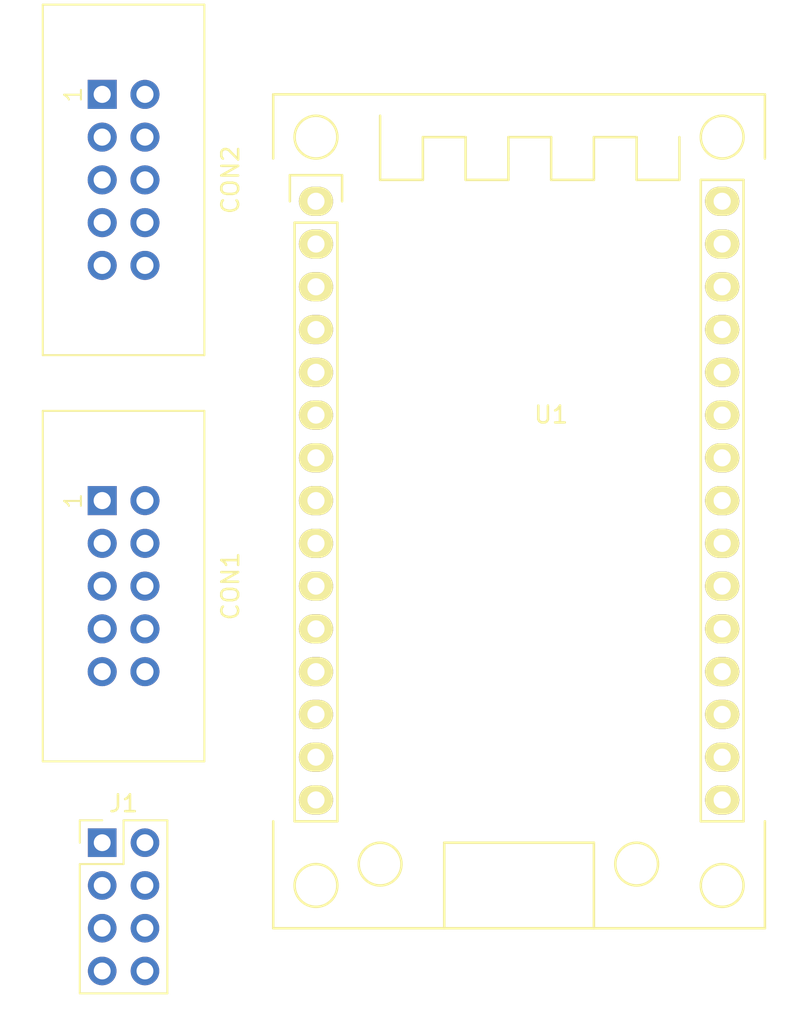
<source format=kicad_pcb>
(kicad_pcb (version 4) (host pcbnew 4.0.7-e0-6372~58~ubuntu16.10.1)

  (general
    (links 27)
    (no_connects 27)
    (area 153.822 85.634999 200.93762 146.915)
    (thickness 1.6)
    (drawings 0)
    (tracks 0)
    (zones 0)
    (modules 4)
    (nets 19)
  )

  (page A4)
  (layers
    (0 F.Cu signal)
    (31 B.Cu signal)
    (32 B.Adhes user)
    (33 F.Adhes user)
    (34 B.Paste user)
    (35 F.Paste user)
    (36 B.SilkS user)
    (37 F.SilkS user)
    (38 B.Mask user)
    (39 F.Mask user)
    (40 Dwgs.User user)
    (41 Cmts.User user)
    (42 Eco1.User user)
    (43 Eco2.User user)
    (44 Edge.Cuts user)
    (45 Margin user)
    (46 B.CrtYd user)
    (47 F.CrtYd user)
    (48 B.Fab user)
    (49 F.Fab user)
  )

  (setup
    (last_trace_width 0.25)
    (trace_clearance 0.2)
    (zone_clearance 0.508)
    (zone_45_only no)
    (trace_min 0.2)
    (segment_width 0.2)
    (edge_width 0.15)
    (via_size 0.6)
    (via_drill 0.4)
    (via_min_size 0.4)
    (via_min_drill 0.3)
    (uvia_size 0.3)
    (uvia_drill 0.1)
    (uvias_allowed no)
    (uvia_min_size 0.2)
    (uvia_min_drill 0.1)
    (pcb_text_width 0.3)
    (pcb_text_size 1.5 1.5)
    (mod_edge_width 0.15)
    (mod_text_size 1 1)
    (mod_text_width 0.15)
    (pad_size 1.524 1.524)
    (pad_drill 0.762)
    (pad_to_mask_clearance 0.2)
    (aux_axis_origin 0 0)
    (visible_elements FFFFFF7F)
    (pcbplotparams
      (layerselection 0x00030_80000001)
      (usegerberextensions false)
      (excludeedgelayer true)
      (linewidth 0.100000)
      (plotframeref false)
      (viasonmask false)
      (mode 1)
      (useauxorigin false)
      (hpglpennumber 1)
      (hpglpenspeed 20)
      (hpglpendiameter 15)
      (hpglpenoverlay 2)
      (psnegative false)
      (psa4output false)
      (plotreference true)
      (plotvalue true)
      (plotinvisibletext false)
      (padsonsilk false)
      (subtractmaskfromsilk false)
      (outputformat 1)
      (mirror false)
      (drillshape 1)
      (scaleselection 1)
      (outputdirectory ""))
  )

  (net 0 "")
  (net 1 GND)
  (net 2 TXD1)
  (net 3 RXD1)
  (net 4 SCL1)
  (net 5 MISO1)
  (net 6 SCK1)
  (net 7 5V)
  (net 8 SDA1)
  (net 9 MOSI1)
  (net 10 SSEL1)
  (net 11 TXD2)
  (net 12 RXD2)
  (net 13 SCL2)
  (net 14 SDA2)
  (net 15 MISO2)
  (net 16 MOSI2)
  (net 17 SCK2)
  (net 18 SSEL2)

  (net_class Default "This is the default net class."
    (clearance 0.2)
    (trace_width 0.25)
    (via_dia 0.6)
    (via_drill 0.4)
    (uvia_dia 0.3)
    (uvia_drill 0.1)
    (add_net 5V)
    (add_net GND)
    (add_net MISO1)
    (add_net MISO2)
    (add_net MOSI1)
    (add_net MOSI2)
    (add_net RXD1)
    (add_net RXD2)
    (add_net SCK1)
    (add_net SCK2)
    (add_net SCL1)
    (add_net SCL2)
    (add_net SDA1)
    (add_net SDA2)
    (add_net SSEL1)
    (add_net SSEL2)
    (add_net TXD1)
    (add_net TXD2)
  )

  (module Pin_Headers:Pin_Header_Straight_2x04_Pitch2.54mm (layer F.Cu) (tedit 59650532) (tstamp 5AF809AE)
    (at 160.02 135.89)
    (descr "Through hole straight pin header, 2x04, 2.54mm pitch, double rows")
    (tags "Through hole pin header THT 2x04 2.54mm double row")
    (path /5AF8089B)
    (fp_text reference J1 (at 1.27 -2.33) (layer F.SilkS)
      (effects (font (size 1 1) (thickness 0.15)))
    )
    (fp_text value CONN_02X04 (at 1.27 9.95) (layer F.Fab)
      (effects (font (size 1 1) (thickness 0.15)))
    )
    (fp_line (start 0 -1.27) (end 3.81 -1.27) (layer F.Fab) (width 0.1))
    (fp_line (start 3.81 -1.27) (end 3.81 8.89) (layer F.Fab) (width 0.1))
    (fp_line (start 3.81 8.89) (end -1.27 8.89) (layer F.Fab) (width 0.1))
    (fp_line (start -1.27 8.89) (end -1.27 0) (layer F.Fab) (width 0.1))
    (fp_line (start -1.27 0) (end 0 -1.27) (layer F.Fab) (width 0.1))
    (fp_line (start -1.33 8.95) (end 3.87 8.95) (layer F.SilkS) (width 0.12))
    (fp_line (start -1.33 1.27) (end -1.33 8.95) (layer F.SilkS) (width 0.12))
    (fp_line (start 3.87 -1.33) (end 3.87 8.95) (layer F.SilkS) (width 0.12))
    (fp_line (start -1.33 1.27) (end 1.27 1.27) (layer F.SilkS) (width 0.12))
    (fp_line (start 1.27 1.27) (end 1.27 -1.33) (layer F.SilkS) (width 0.12))
    (fp_line (start 1.27 -1.33) (end 3.87 -1.33) (layer F.SilkS) (width 0.12))
    (fp_line (start -1.33 0) (end -1.33 -1.33) (layer F.SilkS) (width 0.12))
    (fp_line (start -1.33 -1.33) (end 0 -1.33) (layer F.SilkS) (width 0.12))
    (fp_line (start -1.8 -1.8) (end -1.8 9.4) (layer F.CrtYd) (width 0.05))
    (fp_line (start -1.8 9.4) (end 4.35 9.4) (layer F.CrtYd) (width 0.05))
    (fp_line (start 4.35 9.4) (end 4.35 -1.8) (layer F.CrtYd) (width 0.05))
    (fp_line (start 4.35 -1.8) (end -1.8 -1.8) (layer F.CrtYd) (width 0.05))
    (fp_text user %R (at 1.27 3.81 90) (layer F.Fab)
      (effects (font (size 1 1) (thickness 0.15)))
    )
    (pad 1 thru_hole rect (at 0 0) (size 1.7 1.7) (drill 1) (layers *.Cu *.Mask)
      (net 1 GND))
    (pad 2 thru_hole oval (at 2.54 0) (size 1.7 1.7) (drill 1) (layers *.Cu *.Mask)
      (net 7 5V))
    (pad 3 thru_hole oval (at 0 2.54) (size 1.7 1.7) (drill 1) (layers *.Cu *.Mask)
      (net 3 RXD1))
    (pad 4 thru_hole oval (at 2.54 2.54) (size 1.7 1.7) (drill 1) (layers *.Cu *.Mask)
      (net 5 MISO1))
    (pad 5 thru_hole oval (at 0 5.08) (size 1.7 1.7) (drill 1) (layers *.Cu *.Mask)
      (net 4 SCL1))
    (pad 6 thru_hole oval (at 2.54 5.08) (size 1.7 1.7) (drill 1) (layers *.Cu *.Mask)
      (net 8 SDA1))
    (pad 7 thru_hole oval (at 0 7.62) (size 1.7 1.7) (drill 1) (layers *.Cu *.Mask)
      (net 2 TXD1))
    (pad 8 thru_hole oval (at 2.54 7.62) (size 1.7 1.7) (drill 1) (layers *.Cu *.Mask)
      (net 10 SSEL1))
    (model ${KISYS3DMOD}/Pin_Headers.3dshapes/Pin_Header_Straight_2x04_Pitch2.54mm.wrl
      (at (xyz 0 0 0))
      (scale (xyz 1 1 1))
      (rotate (xyz 0 0 0))
    )
  )

  (module limero-lib:UEXT (layer F.Cu) (tedit 59711F70) (tstamp 5AF837D7)
    (at 160.02 115.57 270)
    (descr "10 pins through hole IDC header")
    (tags "IDC header socket VASCH")
    (path /5AF80B54)
    (fp_text reference CON1 (at 5.08 -7.62 270) (layer F.SilkS)
      (effects (font (size 1 1) (thickness 0.15)))
    )
    (fp_text value UEXT (at 5.08 5.223 270) (layer F.Fab)
      (effects (font (size 1 1) (thickness 0.15)))
    )
    (fp_line (start -5.08 -5.82) (end 15.24 -5.82) (layer F.Fab) (width 0.1))
    (fp_line (start -4.54 -5.27) (end 14.68 -5.27) (layer F.Fab) (width 0.1))
    (fp_line (start -5.08 3.28) (end 15.24 3.28) (layer F.Fab) (width 0.1))
    (fp_line (start -4.54 2.73) (end 2.83 2.73) (layer F.Fab) (width 0.1))
    (fp_line (start 7.33 2.73) (end 14.68 2.73) (layer F.Fab) (width 0.1))
    (fp_line (start 2.83 2.73) (end 2.83 3.28) (layer F.Fab) (width 0.1))
    (fp_line (start 7.33 2.73) (end 7.33 3.28) (layer F.Fab) (width 0.1))
    (fp_line (start -5.08 -5.82) (end -5.08 3.28) (layer F.Fab) (width 0.1))
    (fp_line (start -4.54 -5.27) (end -4.54 2.73) (layer F.Fab) (width 0.1))
    (fp_line (start 15.24 -5.82) (end 15.24 3.28) (layer F.Fab) (width 0.1))
    (fp_line (start 14.68 -5.27) (end 14.68 2.73) (layer F.Fab) (width 0.1))
    (fp_line (start -5.08 -5.82) (end -4.54 -5.27) (layer F.Fab) (width 0.1))
    (fp_line (start 15.24 -5.82) (end 14.68 -5.27) (layer F.Fab) (width 0.1))
    (fp_line (start -5.08 3.28) (end -4.54 2.73) (layer F.Fab) (width 0.1))
    (fp_line (start 15.24 3.28) (end 14.68 2.73) (layer F.Fab) (width 0.1))
    (fp_line (start -5.58 -6.32) (end 15.74 -6.32) (layer F.CrtYd) (width 0.05))
    (fp_line (start 15.74 -6.32) (end 15.74 3.78) (layer F.CrtYd) (width 0.05))
    (fp_line (start 15.74 3.78) (end -5.58 3.78) (layer F.CrtYd) (width 0.05))
    (fp_line (start -5.58 3.78) (end -5.58 -6.32) (layer F.CrtYd) (width 0.05))
    (fp_text user 1 (at 0.02 1.72 270) (layer F.SilkS)
      (effects (font (size 1 1) (thickness 0.12)))
    )
    (fp_line (start -5.33 -6.07) (end 15.49 -6.07) (layer F.SilkS) (width 0.12))
    (fp_line (start 15.49 -6.07) (end 15.49 3.53) (layer F.SilkS) (width 0.12))
    (fp_line (start 15.49 3.53) (end -5.33 3.53) (layer F.SilkS) (width 0.12))
    (fp_line (start -5.33 3.53) (end -5.33 -6.07) (layer F.SilkS) (width 0.12))
    (pad +5V thru_hole rect (at 0 0 270) (size 1.7272 1.7272) (drill 1.016) (layers *.Cu *.Mask))
    (pad GND thru_hole oval (at 0 -2.54 270) (size 1.7272 1.7272) (drill 1.016) (layers *.Cu *.Mask)
      (net 1 GND))
    (pad TXD thru_hole oval (at 2.54 0 270) (size 1.7272 1.7272) (drill 1.016) (layers *.Cu *.Mask)
      (net 2 TXD1))
    (pad RXD thru_hole oval (at 2.54 -2.54 270) (size 1.7272 1.7272) (drill 1.016) (layers *.Cu *.Mask)
      (net 3 RXD1))
    (pad SCL thru_hole oval (at 5.08 0 270) (size 1.7272 1.7272) (drill 1.016) (layers *.Cu *.Mask)
      (net 4 SCL1))
    (pad SDA thru_hole oval (at 5.08 -2.54 270) (size 1.7272 1.7272) (drill 1.016) (layers *.Cu *.Mask)
      (net 8 SDA1))
    (pad MISO thru_hole oval (at 7.62 0 270) (size 1.7272 1.7272) (drill 1.016) (layers *.Cu *.Mask)
      (net 5 MISO1))
    (pad MOSI thru_hole oval (at 7.62 -2.54 270) (size 1.7272 1.7272) (drill 1.016) (layers *.Cu *.Mask)
      (net 9 MOSI1))
    (pad SCK thru_hole oval (at 10.16 0 270) (size 1.7272 1.7272) (drill 1.016) (layers *.Cu *.Mask)
      (net 6 SCK1))
    (pad SSEL thru_hole oval (at 10.16 -2.54 270) (size 1.7272 1.7272) (drill 1.016) (layers *.Cu *.Mask)
      (net 10 SSEL1))
  )

  (module limero-lib:ESP32-DEVKIT-V1 (layer F.Cu) (tedit 5AF82665) (tstamp 5AF83825)
    (at 172.72 97.79)
    (descr "Through-hole-mounted NodeMCU 0.9")
    (tags nodemcu)
    (path /5AF81DBF)
    (fp_text reference U1 (at 13.97 12.68) (layer F.SilkS)
      (effects (font (size 1 1) (thickness 0.15)))
    )
    (fp_text value ESP32-DEVKIT-V1 (at 13.97 16.51) (layer F.Fab)
      (effects (font (size 2 2) (thickness 0.15)))
    )
    (fp_circle (center 19.05 39.37) (end 20.32 39.37) (layer F.SilkS) (width 0.15))
    (fp_circle (center 3.81 39.37) (end 5.08 39.37) (layer F.SilkS) (width 0.15))
    (fp_line (start 7.62 43.18) (end 7.62 38.1) (layer F.SilkS) (width 0.15))
    (fp_line (start 7.62 38.1) (end 16.51 38.1) (layer F.SilkS) (width 0.15))
    (fp_line (start 16.51 38.1) (end 16.51 43.18) (layer F.SilkS) (width 0.15))
    (fp_line (start 22.86 36.83) (end 25.4 36.83) (layer F.SilkS) (width 0.15))
    (fp_line (start -1.27 36.83) (end 1.27 36.83) (layer F.SilkS) (width 0.15))
    (fp_line (start -2.54 36.83) (end -2.54 43.18) (layer F.SilkS) (width 0.15))
    (fp_line (start -2.54 43.18) (end 26.67 43.18) (layer F.SilkS) (width 0.15))
    (fp_line (start 26.67 43.18) (end 26.67 36.83) (layer F.SilkS) (width 0.15))
    (fp_circle (center 0 40.64) (end 1.27 40.64) (layer F.SilkS) (width 0.15))
    (fp_circle (center 24.13 40.64) (end 22.86 40.64) (layer F.SilkS) (width 0.15))
    (fp_circle (center 24.13 -3.81) (end 25.4 -3.81) (layer F.SilkS) (width 0.15))
    (fp_circle (center 0 -3.81) (end -1.27 -3.81) (layer F.SilkS) (width 0.15))
    (fp_line (start 3.81 -5.08) (end 3.81 -1.27) (layer F.SilkS) (width 0.15))
    (fp_line (start 3.81 -1.27) (end 6.35 -1.27) (layer F.SilkS) (width 0.15))
    (fp_line (start 6.35 -1.27) (end 6.35 -3.81) (layer F.SilkS) (width 0.15))
    (fp_line (start 6.35 -3.81) (end 8.89 -3.81) (layer F.SilkS) (width 0.15))
    (fp_line (start 8.89 -3.81) (end 8.89 -1.27) (layer F.SilkS) (width 0.15))
    (fp_line (start 8.89 -1.27) (end 11.43 -1.27) (layer F.SilkS) (width 0.15))
    (fp_line (start 11.43 -1.27) (end 11.43 -2.54) (layer F.SilkS) (width 0.15))
    (fp_line (start 11.43 -2.54) (end 11.43 -3.81) (layer F.SilkS) (width 0.15))
    (fp_line (start 11.43 -3.81) (end 13.97 -3.81) (layer F.SilkS) (width 0.15))
    (fp_line (start 13.97 -3.81) (end 13.97 -1.27) (layer F.SilkS) (width 0.15))
    (fp_line (start 13.97 -1.27) (end 16.51 -1.27) (layer F.SilkS) (width 0.15))
    (fp_line (start 16.51 -1.27) (end 16.51 -3.81) (layer F.SilkS) (width 0.15))
    (fp_line (start 16.51 -3.81) (end 19.05 -3.81) (layer F.SilkS) (width 0.15))
    (fp_line (start 19.05 -3.81) (end 19.05 -1.27) (layer F.SilkS) (width 0.15))
    (fp_line (start 19.05 -1.27) (end 21.59 -1.27) (layer F.SilkS) (width 0.15))
    (fp_line (start 21.59 -1.27) (end 21.59 -3.81) (layer F.SilkS) (width 0.15))
    (fp_line (start -2.54 -2.54) (end -2.54 -6.35) (layer F.SilkS) (width 0.15))
    (fp_line (start -2.54 -6.35) (end 26.67 -6.35) (layer F.SilkS) (width 0.15))
    (fp_line (start 26.67 -6.35) (end 26.67 -2.54) (layer F.SilkS) (width 0.15))
    (fp_line (start 26.67 -2.050004) (end 26.67 36.57) (layer F.CrtYd) (width 0.15))
    (fp_line (start -2.54 36.550001) (end -2.54 -2.05002) (layer F.CrtYd) (width 0.15))
    (fp_line (start -1.27 1.27) (end -1.27 36.83) (layer F.SilkS) (width 0.15))
    (fp_line (start 1.27 36.83) (end 1.27 1.27) (layer F.SilkS) (width 0.15))
    (fp_line (start 1.55 -1.55) (end 1.55 0) (layer F.SilkS) (width 0.15))
    (fp_line (start 1.27 1.27) (end -1.27 1.27) (layer F.SilkS) (width 0.15))
    (fp_line (start -1.55 0) (end -1.55 -1.55) (layer F.SilkS) (width 0.15))
    (fp_line (start -1.55 -1.55) (end 1.55 -1.55) (layer F.SilkS) (width 0.15))
    (fp_line (start 22.86 -1.27) (end 22.86 36.83) (layer F.SilkS) (width 0.15))
    (fp_line (start 25.4 -1.27) (end 22.86 -1.27) (layer F.SilkS) (width 0.15))
    (fp_line (start 25.4 36.83) (end 25.4 -1.27) (layer F.SilkS) (width 0.15))
    (pad 1 thru_hole oval (at 0 0) (size 2.032 1.7272) (drill 1.016) (layers *.Cu *.Mask F.SilkS))
    (pad 2 thru_hole oval (at 0 2.54) (size 2.032 1.7272) (drill 1.016) (layers *.Cu *.Mask F.SilkS)
      (net 3 RXD1))
    (pad 3 thru_hole oval (at 0 5.08) (size 2.032 1.7272) (drill 1.016) (layers *.Cu *.Mask F.SilkS)
      (net 12 RXD2))
    (pad 4 thru_hole oval (at 0 7.62) (size 2.032 1.7272) (drill 1.016) (layers *.Cu *.Mask F.SilkS)
      (net 5 MISO1))
    (pad 5 thru_hole oval (at 0 10.16) (size 2.032 1.7272) (drill 1.016) (layers *.Cu *.Mask F.SilkS)
      (net 15 MISO2))
    (pad 6 thru_hole oval (at 0 12.7) (size 2.032 1.7272) (drill 1.016) (layers *.Cu *.Mask F.SilkS)
      (net 18 SSEL2))
    (pad 7 thru_hole oval (at 0 15.24) (size 2.032 1.7272) (drill 1.016) (layers *.Cu *.Mask F.SilkS)
      (net 10 SSEL1))
    (pad 8 thru_hole oval (at 0 17.78) (size 2.032 1.7272) (drill 1.016) (layers *.Cu *.Mask F.SilkS)
      (net 4 SCL1))
    (pad 9 thru_hole oval (at 0 20.32) (size 2.032 1.7272) (drill 1.016) (layers *.Cu *.Mask F.SilkS)
      (net 8 SDA1))
    (pad 10 thru_hole oval (at 0 22.86) (size 2.032 1.7272) (drill 1.016) (layers *.Cu *.Mask F.SilkS)
      (net 13 SCL2))
    (pad 11 thru_hole oval (at 0 25.4) (size 2.032 1.7272) (drill 1.016) (layers *.Cu *.Mask F.SilkS)
      (net 14 SDA2))
    (pad 12 thru_hole oval (at 0 27.94) (size 2.032 1.7272) (drill 1.016) (layers *.Cu *.Mask F.SilkS))
    (pad 13 thru_hole oval (at 0 30.48) (size 2.032 1.7272) (drill 1.016) (layers *.Cu *.Mask F.SilkS))
    (pad 14 thru_hole oval (at 0 33.02) (size 2.032 1.7272) (drill 1.016) (layers *.Cu *.Mask F.SilkS)
      (net 1 GND))
    (pad 15 thru_hole oval (at 0 35.56) (size 2.032 1.7272) (drill 1.016) (layers *.Cu *.Mask F.SilkS)
      (net 7 5V))
    (pad 30 thru_hole oval (at 24.13 0) (size 2.032 1.7272) (drill 1.016) (layers *.Cu *.Mask F.SilkS)
      (net 16 MOSI2))
    (pad 18 thru_hole oval (at 24.13 30.48) (size 2.032 1.7272) (drill 1.016) (layers *.Cu *.Mask F.SilkS))
    (pad 17 thru_hole oval (at 24.13 33.02) (size 2.032 1.7272) (drill 1.016) (layers *.Cu *.Mask F.SilkS)
      (net 1 GND))
    (pad 19 thru_hole oval (at 24.13 27.94) (size 2.032 1.7272) (drill 1.016) (layers *.Cu *.Mask F.SilkS))
    (pad 25 thru_hole oval (at 24.13 12.7) (size 2.032 1.7272) (drill 1.016) (layers *.Cu *.Mask F.SilkS)
      (net 2 TXD1))
    (pad 26 thru_hole oval (at 24.13 10.16) (size 2.032 1.7272) (drill 1.016) (layers *.Cu *.Mask F.SilkS))
    (pad 24 thru_hole oval (at 24.13 15.24) (size 2.032 1.7272) (drill 1.016) (layers *.Cu *.Mask F.SilkS)
      (net 11 TXD2))
    (pad 16 thru_hole oval (at 24.13 35.56) (size 2.032 1.7272) (drill 1.016) (layers *.Cu *.Mask F.SilkS))
    (pad 22 thru_hole oval (at 24.13 20.32) (size 2.032 1.7272) (drill 1.016) (layers *.Cu *.Mask F.SilkS)
      (net 17 SCK2))
    (pad 23 thru_hole oval (at 24.13 17.78) (size 2.032 1.7272) (drill 1.016) (layers *.Cu *.Mask F.SilkS))
    (pad 21 thru_hole oval (at 24.13 22.86) (size 2.032 1.7272) (drill 1.016) (layers *.Cu *.Mask F.SilkS)
      (net 6 SCK1))
    (pad 20 thru_hole oval (at 24.13 25.4) (size 2.032 1.7272) (drill 1.016) (layers *.Cu *.Mask F.SilkS))
    (pad 28 thru_hole oval (at 24.13 5.08) (size 2.032 1.7272) (drill 1.016) (layers *.Cu *.Mask F.SilkS))
    (pad 27 thru_hole oval (at 24.13 7.62) (size 2.032 1.7272) (drill 1.016) (layers *.Cu *.Mask F.SilkS))
    (pad 29 thru_hole oval (at 24.13 2.54) (size 2.032 1.7272) (drill 1.016) (layers *.Cu *.Mask F.SilkS)
      (net 9 MOSI1))
  )

  (module limero-lib:UEXT (layer F.Cu) (tedit 59711F70) (tstamp 5AF840EC)
    (at 160.02 91.44 270)
    (descr "10 pins through hole IDC header")
    (tags "IDC header socket VASCH")
    (path /5AF82BF2)
    (fp_text reference CON2 (at 5.08 -7.62 270) (layer F.SilkS)
      (effects (font (size 1 1) (thickness 0.15)))
    )
    (fp_text value UEXT (at 5.08 5.223 270) (layer F.Fab)
      (effects (font (size 1 1) (thickness 0.15)))
    )
    (fp_line (start -5.08 -5.82) (end 15.24 -5.82) (layer F.Fab) (width 0.1))
    (fp_line (start -4.54 -5.27) (end 14.68 -5.27) (layer F.Fab) (width 0.1))
    (fp_line (start -5.08 3.28) (end 15.24 3.28) (layer F.Fab) (width 0.1))
    (fp_line (start -4.54 2.73) (end 2.83 2.73) (layer F.Fab) (width 0.1))
    (fp_line (start 7.33 2.73) (end 14.68 2.73) (layer F.Fab) (width 0.1))
    (fp_line (start 2.83 2.73) (end 2.83 3.28) (layer F.Fab) (width 0.1))
    (fp_line (start 7.33 2.73) (end 7.33 3.28) (layer F.Fab) (width 0.1))
    (fp_line (start -5.08 -5.82) (end -5.08 3.28) (layer F.Fab) (width 0.1))
    (fp_line (start -4.54 -5.27) (end -4.54 2.73) (layer F.Fab) (width 0.1))
    (fp_line (start 15.24 -5.82) (end 15.24 3.28) (layer F.Fab) (width 0.1))
    (fp_line (start 14.68 -5.27) (end 14.68 2.73) (layer F.Fab) (width 0.1))
    (fp_line (start -5.08 -5.82) (end -4.54 -5.27) (layer F.Fab) (width 0.1))
    (fp_line (start 15.24 -5.82) (end 14.68 -5.27) (layer F.Fab) (width 0.1))
    (fp_line (start -5.08 3.28) (end -4.54 2.73) (layer F.Fab) (width 0.1))
    (fp_line (start 15.24 3.28) (end 14.68 2.73) (layer F.Fab) (width 0.1))
    (fp_line (start -5.58 -6.32) (end 15.74 -6.32) (layer F.CrtYd) (width 0.05))
    (fp_line (start 15.74 -6.32) (end 15.74 3.78) (layer F.CrtYd) (width 0.05))
    (fp_line (start 15.74 3.78) (end -5.58 3.78) (layer F.CrtYd) (width 0.05))
    (fp_line (start -5.58 3.78) (end -5.58 -6.32) (layer F.CrtYd) (width 0.05))
    (fp_text user 1 (at 0.02 1.72 270) (layer F.SilkS)
      (effects (font (size 1 1) (thickness 0.12)))
    )
    (fp_line (start -5.33 -6.07) (end 15.49 -6.07) (layer F.SilkS) (width 0.12))
    (fp_line (start 15.49 -6.07) (end 15.49 3.53) (layer F.SilkS) (width 0.12))
    (fp_line (start 15.49 3.53) (end -5.33 3.53) (layer F.SilkS) (width 0.12))
    (fp_line (start -5.33 3.53) (end -5.33 -6.07) (layer F.SilkS) (width 0.12))
    (pad +5V thru_hole rect (at 0 0 270) (size 1.7272 1.7272) (drill 1.016) (layers *.Cu *.Mask))
    (pad GND thru_hole oval (at 0 -2.54 270) (size 1.7272 1.7272) (drill 1.016) (layers *.Cu *.Mask)
      (net 1 GND))
    (pad TXD thru_hole oval (at 2.54 0 270) (size 1.7272 1.7272) (drill 1.016) (layers *.Cu *.Mask)
      (net 11 TXD2))
    (pad RXD thru_hole oval (at 2.54 -2.54 270) (size 1.7272 1.7272) (drill 1.016) (layers *.Cu *.Mask)
      (net 12 RXD2))
    (pad SCL thru_hole oval (at 5.08 0 270) (size 1.7272 1.7272) (drill 1.016) (layers *.Cu *.Mask)
      (net 13 SCL2))
    (pad SDA thru_hole oval (at 5.08 -2.54 270) (size 1.7272 1.7272) (drill 1.016) (layers *.Cu *.Mask)
      (net 14 SDA2))
    (pad MISO thru_hole oval (at 7.62 0 270) (size 1.7272 1.7272) (drill 1.016) (layers *.Cu *.Mask)
      (net 15 MISO2))
    (pad MOSI thru_hole oval (at 7.62 -2.54 270) (size 1.7272 1.7272) (drill 1.016) (layers *.Cu *.Mask)
      (net 16 MOSI2))
    (pad SCK thru_hole oval (at 10.16 0 270) (size 1.7272 1.7272) (drill 1.016) (layers *.Cu *.Mask)
      (net 17 SCK2))
    (pad SSEL thru_hole oval (at 10.16 -2.54 270) (size 1.7272 1.7272) (drill 1.016) (layers *.Cu *.Mask)
      (net 18 SSEL2))
  )

)

</source>
